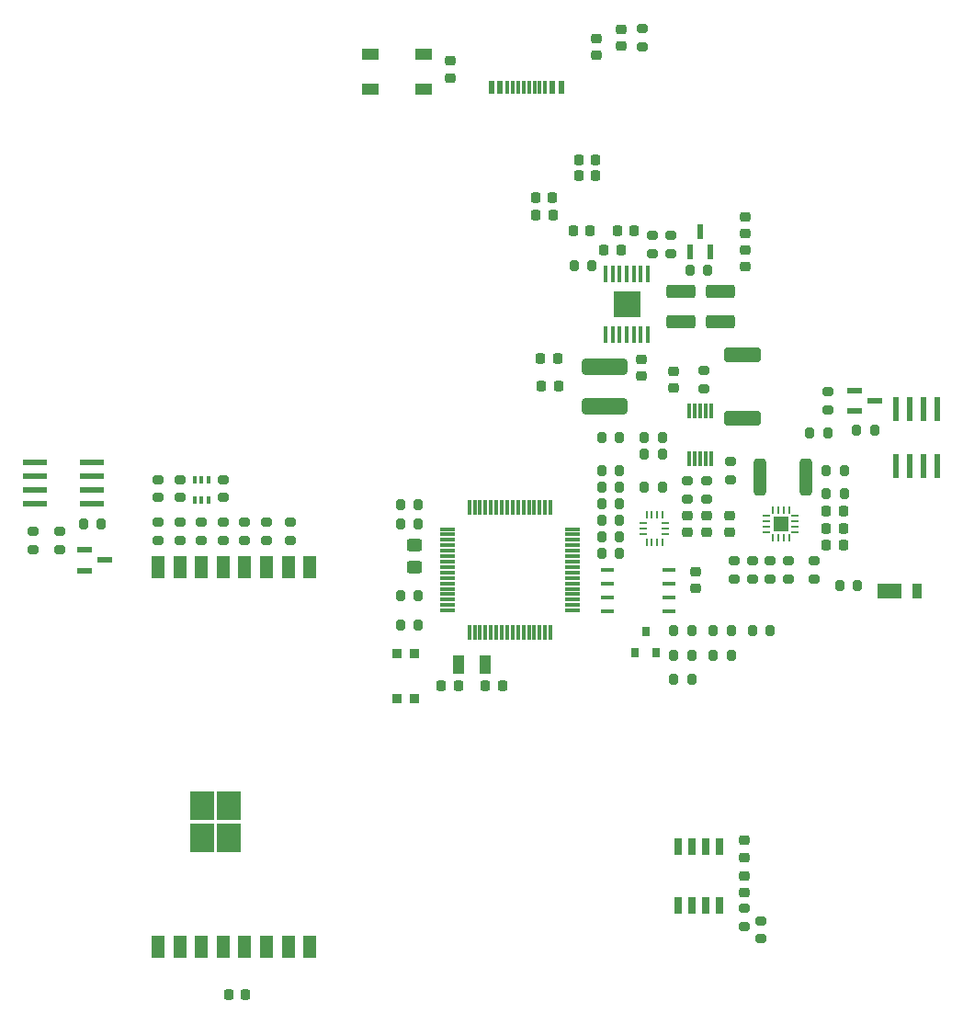
<source format=gbr>
%TF.GenerationSoftware,KiCad,Pcbnew,7.0.9*%
%TF.CreationDate,2024-01-23T11:42:20+00:00*%
%TF.ProjectId,mainboard,6d61696e-626f-4617-9264-2e6b69636164,rev?*%
%TF.SameCoordinates,Original*%
%TF.FileFunction,Paste,Top*%
%TF.FilePolarity,Positive*%
%FSLAX46Y46*%
G04 Gerber Fmt 4.6, Leading zero omitted, Abs format (unit mm)*
G04 Created by KiCad (PCBNEW 7.0.9) date 2024-01-23 11:42:20*
%MOMM*%
%LPD*%
G01*
G04 APERTURE LIST*
G04 Aperture macros list*
%AMRoundRect*
0 Rectangle with rounded corners*
0 $1 Rounding radius*
0 $2 $3 $4 $5 $6 $7 $8 $9 X,Y pos of 4 corners*
0 Add a 4 corners polygon primitive as box body*
4,1,4,$2,$3,$4,$5,$6,$7,$8,$9,$2,$3,0*
0 Add four circle primitives for the rounded corners*
1,1,$1+$1,$2,$3*
1,1,$1+$1,$4,$5*
1,1,$1+$1,$6,$7*
1,1,$1+$1,$8,$9*
0 Add four rect primitives between the rounded corners*
20,1,$1+$1,$2,$3,$4,$5,0*
20,1,$1+$1,$4,$5,$6,$7,0*
20,1,$1+$1,$6,$7,$8,$9,0*
20,1,$1+$1,$8,$9,$2,$3,0*%
G04 Aperture macros list end*
%ADD10C,0.100000*%
%ADD11RoundRect,0.200000X0.200000X0.275000X-0.200000X0.275000X-0.200000X-0.275000X0.200000X-0.275000X0*%
%ADD12RoundRect,0.200000X-0.275000X0.200000X-0.275000X-0.200000X0.275000X-0.200000X0.275000X0.200000X0*%
%ADD13RoundRect,0.200000X-0.200000X-0.275000X0.200000X-0.275000X0.200000X0.275000X-0.200000X0.275000X0*%
%ADD14RoundRect,0.200000X0.275000X-0.200000X0.275000X0.200000X-0.275000X0.200000X-0.275000X-0.200000X0*%
%ADD15R,0.900000X1.400000*%
%ADD16R,2.200000X1.400000*%
%ADD17RoundRect,0.218750X-0.218750X-0.256250X0.218750X-0.256250X0.218750X0.256250X-0.218750X0.256250X0*%
%ADD18RoundRect,0.218750X-0.256250X0.218750X-0.256250X-0.218750X0.256250X-0.218750X0.256250X0.218750X0*%
%ADD19R,0.304800X1.600200*%
%ADD20R,2.460000X2.310000*%
%ADD21RoundRect,0.218750X0.256250X-0.218750X0.256250X0.218750X-0.256250X0.218750X-0.256250X-0.218750X0*%
%ADD22RoundRect,0.218750X0.218750X0.256250X-0.218750X0.256250X-0.218750X-0.256250X0.218750X-0.256250X0*%
%ADD23R,1.320800X0.558800*%
%ADD24R,0.300000X1.475000*%
%ADD25R,1.475000X0.300000*%
%ADD26R,2.209800X0.609600*%
%ADD27R,0.609600X2.209800*%
%ADD28RoundRect,0.250000X-0.312500X-1.450000X0.312500X-1.450000X0.312500X1.450000X-0.312500X1.450000X0*%
%ADD29R,1.200000X0.450000*%
%ADD30R,0.700000X0.250000*%
%ADD31R,0.250000X0.700000*%
%ADD32R,1.450000X1.450000*%
%ADD33R,0.600000X1.150000*%
%ADD34R,0.300000X1.150000*%
%ADD35R,1.500000X1.000000*%
%ADD36R,0.250000X0.675000*%
%ADD37R,0.675000X0.250000*%
%ADD38RoundRect,0.250000X-0.450000X0.325000X-0.450000X-0.325000X0.450000X-0.325000X0.450000X0.325000X0*%
%ADD39R,1.000000X1.800000*%
%ADD40RoundRect,0.250000X-1.425000X0.425000X-1.425000X-0.425000X1.425000X-0.425000X1.425000X0.425000X0*%
%ADD41RoundRect,0.333000X-1.767000X0.417000X-1.767000X-0.417000X1.767000X-0.417000X1.767000X0.417000X0*%
%ADD42R,0.558800X1.320800*%
%ADD43RoundRect,0.250000X1.075000X-0.375000X1.075000X0.375000X-1.075000X0.375000X-1.075000X-0.375000X0*%
%ADD44R,0.330200X1.350000*%
%ADD45R,1.300000X2.000000*%
%ADD46R,0.900000X0.900000*%
%ADD47R,0.400000X0.650000*%
%ADD48R,0.800000X0.900000*%
%ADD49R,0.650000X1.525000*%
G04 APERTURE END LIST*
%TO.C,U5*%
G36*
X59710000Y67161004D02*
G01*
X57250000Y67161004D01*
X57250000Y69471004D01*
X59710000Y69471004D01*
X59710000Y67161004D01*
G37*
%TO.C,U23*%
D10*
X22805700Y20921134D02*
X20710200Y20921134D01*
X20710200Y23397634D01*
X22805700Y23397634D01*
X22805700Y20921134D01*
G36*
X22805700Y20921134D02*
G01*
X20710200Y20921134D01*
X20710200Y23397634D01*
X22805700Y23397634D01*
X22805700Y20921134D01*
G37*
X20392700Y20921134D02*
X18297200Y20921134D01*
X18297200Y23397634D01*
X20392700Y23397634D01*
X20392700Y20921134D01*
G36*
X20392700Y20921134D02*
G01*
X18297200Y20921134D01*
X18297200Y23397634D01*
X20392700Y23397634D01*
X20392700Y20921134D01*
G37*
X22805700Y17957800D02*
X20710200Y17957800D01*
X20710200Y20434300D01*
X22805700Y20434300D01*
X22805700Y17957800D01*
G36*
X22805700Y17957800D02*
G01*
X20710200Y17957800D01*
X20710200Y20434300D01*
X22805700Y20434300D01*
X22805700Y17957800D01*
G37*
X20392700Y17957800D02*
X18297200Y17957800D01*
X18297200Y20434300D01*
X20392700Y20434300D01*
X20392700Y17957800D01*
G36*
X20392700Y17957800D02*
G01*
X18297200Y17957800D01*
X18297200Y20434300D01*
X20392700Y20434300D01*
X20392700Y17957800D01*
G37*
%TD*%
D11*
%TO.C,R12*%
X76860900Y52997100D03*
X78510900Y52997100D03*
%TD*%
D12*
%TO.C,R9*%
X75717400Y43028100D03*
X75717400Y44678100D03*
%TD*%
D13*
%TO.C,R10*%
X79752000Y42408004D03*
X78102000Y42408004D03*
%TD*%
D14*
%TO.C,R20*%
X70065900Y44678100D03*
X70065900Y43028100D03*
%TD*%
D13*
%TO.C,R38*%
X81304900Y56680100D03*
X79654900Y56680100D03*
%TD*%
D11*
%TO.C,R15*%
X53619900Y71856600D03*
X55269900Y71856600D03*
%TD*%
D12*
%TO.C,R6*%
X68414900Y43028100D03*
X68414900Y44678100D03*
%TD*%
D13*
%TO.C,R25*%
X65937900Y71412100D03*
X64287900Y71412100D03*
%TD*%
D12*
%TO.C,R27*%
X3779000Y45715004D03*
X3779000Y47365004D03*
%TD*%
D11*
%TO.C,R37*%
X8407900Y48044100D03*
X10057900Y48044100D03*
%TD*%
D13*
%TO.C,R3*%
X39267900Y48044100D03*
X37617900Y48044100D03*
%TD*%
%TO.C,R45*%
X57809900Y52997100D03*
X56159900Y52997100D03*
%TD*%
D11*
%TO.C,R4*%
X37617900Y38773100D03*
X39267900Y38773100D03*
%TD*%
D12*
%TO.C,R31*%
X59918600Y92050100D03*
X59918600Y93700100D03*
%TD*%
%TO.C,R13*%
X60858400Y73000100D03*
X60858400Y74650100D03*
%TD*%
D13*
%TO.C,R43*%
X71716400Y38227000D03*
X70066400Y38227000D03*
%TD*%
D11*
%TO.C,R50*%
X56159900Y45377100D03*
X57809900Y45377100D03*
%TD*%
D13*
%TO.C,R5*%
X39267900Y41440100D03*
X37617900Y41440100D03*
%TD*%
D11*
%TO.C,R42*%
X37617900Y49822100D03*
X39267900Y49822100D03*
%TD*%
D13*
%TO.C,R11*%
X78510900Y50838100D03*
X76860900Y50838100D03*
%TD*%
%TO.C,R66*%
X57809900Y48425100D03*
X56159900Y48425100D03*
%TD*%
%TO.C,R67*%
X57809900Y46901100D03*
X56159900Y46901100D03*
%TD*%
D11*
%TO.C,R73*%
X60096900Y51473100D03*
X61746900Y51473100D03*
%TD*%
%TO.C,R74*%
X56159900Y49949100D03*
X57809900Y49949100D03*
%TD*%
D14*
%TO.C,R84*%
X64096900Y52044100D03*
X64096900Y50394100D03*
%TD*%
%TO.C,R85*%
X65874900Y52044100D03*
X65874900Y50394100D03*
%TD*%
D13*
%TO.C,R93*%
X61746900Y54521100D03*
X60096900Y54521100D03*
%TD*%
D14*
%TO.C,R94*%
X68033900Y53822100D03*
X68033900Y52172100D03*
%TD*%
D11*
%TO.C,R44*%
X56159900Y51473100D03*
X57809900Y51473100D03*
%TD*%
D13*
%TO.C,R62*%
X57809900Y56045100D03*
X56159900Y56045100D03*
%TD*%
D14*
%TO.C,R14*%
X62572900Y74650100D03*
X62572900Y73000100D03*
%TD*%
D11*
%TO.C,R28*%
X75336900Y56426100D03*
X76986900Y56426100D03*
%TD*%
D12*
%TO.C,R33*%
X77050900Y58601004D03*
X77050900Y60251004D03*
%TD*%
D13*
%TO.C,R61*%
X61746900Y56045100D03*
X60096900Y56045100D03*
%TD*%
D12*
%TO.C,R26*%
X65620900Y60554100D03*
X65620900Y62204100D03*
%TD*%
%TO.C,R55*%
X69303900Y11024100D03*
X69303900Y12674100D03*
%TD*%
%TO.C,R17*%
X71716900Y43028100D03*
X71716900Y44678100D03*
%TD*%
%TO.C,R18*%
X73366940Y43028100D03*
X73366940Y44678100D03*
%TD*%
D14*
%TO.C,R63*%
X17293000Y48234100D03*
X17293000Y46584100D03*
%TD*%
%TO.C,R64*%
X15293000Y48234100D03*
X15293000Y46584100D03*
%TD*%
D12*
%TO.C,R68*%
X21293000Y46584100D03*
X21293000Y48234100D03*
%TD*%
D14*
%TO.C,R69*%
X23293000Y48234100D03*
X23293000Y46584100D03*
%TD*%
D11*
%TO.C,R107*%
X62827400Y38227000D03*
X64477400Y38227000D03*
%TD*%
D14*
%TO.C,R104*%
X15293000Y52145700D03*
X15293000Y50495700D03*
%TD*%
%TO.C,R92*%
X21293000Y52145700D03*
X21293000Y50495700D03*
%TD*%
D11*
%TO.C,R78*%
X66446900Y38227000D03*
X68096900Y38227000D03*
%TD*%
D13*
%TO.C,R60*%
X64477400Y33731200D03*
X62827400Y33731200D03*
%TD*%
%TO.C,R48*%
X64477400Y35979100D03*
X62827400Y35979100D03*
%TD*%
%TO.C,R77*%
X68096900Y35979100D03*
X66446900Y35979100D03*
%TD*%
D12*
%TO.C,R53*%
X17293000Y50495700D03*
X17293000Y52145700D03*
%TD*%
%TO.C,R99*%
X19293000Y46584100D03*
X19293000Y48234100D03*
%TD*%
%TO.C,R70*%
X25293000Y46584100D03*
X25293000Y48234100D03*
%TD*%
D14*
%TO.C,R101*%
X27520900Y48234100D03*
X27520900Y46584100D03*
%TD*%
D12*
%TO.C,R59*%
X70827900Y9881100D03*
X70827900Y11531100D03*
%TD*%
D14*
%TO.C,R32*%
X6217400Y47365004D03*
X6217400Y45715004D03*
%TD*%
D15*
%TO.C,D2*%
X85231900Y41900004D03*
D16*
X82681900Y41900004D03*
%TD*%
D17*
%TO.C,C22*%
X76869500Y49276204D03*
X78444500Y49276204D03*
%TD*%
%TO.C,C23*%
X76869500Y46139100D03*
X78444500Y46139100D03*
%TD*%
D18*
%TO.C,C28*%
X67955034Y48872404D03*
X67955034Y47297404D03*
%TD*%
D19*
%TO.C,U5*%
X60430034Y71084604D03*
X59780021Y71084604D03*
X59130012Y71084604D03*
X58480000Y71084604D03*
X57829988Y71084604D03*
X57179979Y71084604D03*
X56529966Y71084604D03*
X56529966Y65547404D03*
X57179979Y65547404D03*
X57829988Y65547404D03*
X58480000Y65547404D03*
X59130012Y65547404D03*
X59780021Y65547404D03*
X60430034Y65547404D03*
D20*
X58480000Y68316004D03*
%TD*%
D17*
%TO.C,C18*%
X50609400Y60744100D03*
X52184400Y60744100D03*
%TD*%
%TO.C,C17*%
X50517000Y63284100D03*
X52092000Y63284100D03*
%TD*%
D21*
%TO.C,C21*%
X59842400Y61671100D03*
X59842400Y63246100D03*
%TD*%
D22*
%TO.C,C26*%
X57962900Y73317100D03*
X56387900Y73317100D03*
%TD*%
D23*
%TO.C,Q5*%
X79447700Y60378504D03*
X79447700Y58473504D03*
X81327300Y59426004D03*
%TD*%
D24*
%TO.C,U2*%
X43963900Y38115100D03*
X44463900Y38115100D03*
X44963900Y38115100D03*
X45463900Y38115100D03*
X45963900Y38115100D03*
X46463900Y38115100D03*
X46963900Y38115100D03*
X47463900Y38115100D03*
X47963900Y38115100D03*
X48463900Y38115100D03*
X48963900Y38115100D03*
X49463900Y38115100D03*
X49963900Y38115100D03*
X50463900Y38115100D03*
X50963900Y38115100D03*
X51463900Y38115100D03*
D25*
X53451900Y40103100D03*
X53451900Y40603100D03*
X53451900Y41103100D03*
X53451900Y41603100D03*
X53451900Y42103100D03*
X53451900Y42603100D03*
X53451900Y43103100D03*
X53451900Y43603100D03*
X53451900Y44103100D03*
X53451900Y44603100D03*
X53451900Y45103100D03*
X53451900Y45603100D03*
X53451900Y46103100D03*
X53451900Y46603100D03*
X53451900Y47103100D03*
X53451900Y47603100D03*
D24*
X51463900Y49591100D03*
X50963900Y49591100D03*
X50463900Y49591100D03*
X49963900Y49591100D03*
X49463900Y49591100D03*
X48963900Y49591100D03*
X48463900Y49591100D03*
X47963900Y49591100D03*
X47463900Y49591100D03*
X46963900Y49591100D03*
X46463900Y49591100D03*
X45963900Y49591100D03*
X45463900Y49591100D03*
X44963900Y49591100D03*
X44463900Y49591100D03*
X43963900Y49591100D03*
D25*
X41975900Y47603100D03*
X41975900Y47103100D03*
X41975900Y46603100D03*
X41975900Y46103100D03*
X41975900Y45603100D03*
X41975900Y45103100D03*
X41975900Y44603100D03*
X41975900Y44103100D03*
X41975900Y43603100D03*
X41975900Y43103100D03*
X41975900Y42603100D03*
X41975900Y42103100D03*
X41975900Y41603100D03*
X41975900Y41103100D03*
X41975900Y40603100D03*
X41975900Y40103100D03*
%TD*%
D26*
%TO.C,Q20*%
X9182100Y49949100D03*
X9182100Y51219100D03*
X9182100Y52489100D03*
X9182100Y53759100D03*
X3949700Y53759100D03*
X3949700Y52489100D03*
X3949700Y51219100D03*
X3949700Y49949100D03*
%TD*%
D23*
%TO.C,Q4*%
X8503504Y45694600D03*
X8503504Y43789600D03*
X10383104Y44742100D03*
%TD*%
D27*
%TO.C,Q21*%
X87083900Y58661300D03*
X85813900Y58661300D03*
X84543900Y58661300D03*
X83273900Y58661300D03*
X83273900Y53428900D03*
X84543900Y53428900D03*
X85813900Y53428900D03*
X87083900Y53428900D03*
%TD*%
D28*
%TO.C,L3*%
X70722400Y52362100D03*
X74997400Y52362100D03*
%TD*%
D29*
%TO.C,U8*%
X56659900Y43853100D03*
X56659900Y42583100D03*
X56659900Y41313100D03*
X56659900Y40043100D03*
X62389900Y40043100D03*
X62389900Y41313100D03*
X62389900Y42583100D03*
X62389900Y43853100D03*
%TD*%
D30*
%TO.C,U6*%
X73980000Y47327604D03*
X73980000Y47827604D03*
X73980000Y48327604D03*
X73980000Y48827604D03*
D31*
X73430000Y49377604D03*
X72930000Y49377604D03*
X72430000Y49377604D03*
X71930000Y49377604D03*
D30*
X71380000Y48827604D03*
X71380000Y48327604D03*
X71380000Y47827604D03*
X71380000Y47327604D03*
D31*
X71930000Y46777604D03*
X72430000Y46777604D03*
X72930000Y46777604D03*
X73430000Y46777604D03*
D32*
X72680000Y48077604D03*
%TD*%
D33*
%TO.C,J13*%
X52420500Y88312300D03*
X51620500Y88312300D03*
D34*
X50470500Y88312300D03*
X49470500Y88312300D03*
X48970500Y88312300D03*
X47970500Y88312300D03*
D33*
X46820500Y88312300D03*
X46020500Y88312300D03*
D34*
X47470500Y88312300D03*
X48470500Y88312300D03*
X49970500Y88312300D03*
X50970500Y88312300D03*
%TD*%
D21*
%TO.C,C29*%
X55714900Y91218600D03*
X55714900Y92793600D03*
%TD*%
D22*
%TO.C,C34*%
X55613400Y81597500D03*
X54038400Y81597500D03*
%TD*%
D17*
%TO.C,C38*%
X50101400Y76555600D03*
X51676400Y76555600D03*
%TD*%
%TO.C,C39*%
X53530400Y75095100D03*
X55105400Y75095100D03*
%TD*%
D35*
%TO.C,D1*%
X39749900Y88100100D03*
X39749900Y91300100D03*
X34849900Y91300100D03*
X34849900Y88100100D03*
%TD*%
D18*
%TO.C,C7*%
X64096900Y48872404D03*
X64096900Y47297404D03*
%TD*%
D36*
%TO.C,U3*%
X60298900Y46401100D03*
X60798900Y46401100D03*
X61298900Y46401100D03*
X61798900Y46401100D03*
D37*
X62060900Y47163100D03*
X62060900Y47663100D03*
X62060900Y48163100D03*
D36*
X61798900Y48925100D03*
X61298900Y48925100D03*
X60798900Y48925100D03*
X60298900Y48925100D03*
D37*
X60036900Y48163100D03*
X60036900Y47663100D03*
X60036900Y47163100D03*
%TD*%
D21*
%TO.C,C3*%
X65874900Y47297404D03*
X65874900Y48872404D03*
%TD*%
D18*
%TO.C,C30*%
X64858900Y43703504D03*
X64858900Y42128504D03*
%TD*%
D38*
%TO.C,L1*%
X38950900Y46148100D03*
X38950900Y44098100D03*
%TD*%
D17*
%TO.C,C25*%
X76869500Y47673804D03*
X78444500Y47673804D03*
%TD*%
D21*
%TO.C,C5*%
X42252900Y89166600D03*
X42252900Y90741600D03*
%TD*%
D22*
%TO.C,C27*%
X59169400Y75095100D03*
X57594400Y75095100D03*
%TD*%
D17*
%TO.C,C37*%
X50063400Y78143100D03*
X51638400Y78143100D03*
%TD*%
%TO.C,C2*%
X45453200Y33190180D03*
X47028200Y33190180D03*
%TD*%
D39*
%TO.C,Y1*%
X42958700Y35095180D03*
X45458700Y35095180D03*
%TD*%
D22*
%TO.C,C1*%
X42964200Y33190180D03*
X41389200Y33190180D03*
%TD*%
D21*
%TO.C,D5*%
X57957400Y92087600D03*
X57957400Y93662600D03*
%TD*%
D40*
%TO.C,R8*%
X69176900Y63644100D03*
X69176900Y57844100D03*
%TD*%
D41*
%TO.C,L2*%
X56476900Y62544100D03*
X56476900Y58944100D03*
%TD*%
D42*
%TO.C,Q6*%
X64287400Y73139300D03*
X66192400Y73139300D03*
X65239900Y75018900D03*
%TD*%
D43*
%TO.C,C19*%
X63433000Y66662004D03*
X63433000Y69462004D03*
%TD*%
%TO.C,C20*%
X67144900Y66662004D03*
X67144900Y69462004D03*
%TD*%
D18*
%TO.C,C24*%
X69430900Y76390600D03*
X69430900Y74815600D03*
%TD*%
D44*
%TO.C,U4*%
X66239901Y58469100D03*
X65739899Y58469100D03*
X65239900Y58469100D03*
X64739901Y58469100D03*
X64239899Y58469100D03*
X64239899Y54119100D03*
X64739901Y54119100D03*
X65239900Y54119100D03*
X65739899Y54119100D03*
X66239901Y54119100D03*
%TD*%
D45*
%TO.C,U23*%
X15293000Y9108100D03*
X17293000Y9108100D03*
X19293000Y9108100D03*
X21293000Y9108100D03*
X23293000Y9108100D03*
X25293000Y9108100D03*
X27293000Y9108100D03*
X29293000Y9108100D03*
X29293000Y44108100D03*
X27293000Y44108100D03*
X25293000Y44108100D03*
X23293000Y44108100D03*
X21293000Y44108100D03*
X19293000Y44108100D03*
X17293000Y44108100D03*
X15293000Y44108100D03*
%TD*%
D46*
%TO.C,SW1*%
X37325400Y36124100D03*
X37325400Y32024100D03*
X38925400Y36124100D03*
X38925400Y32024100D03*
%TD*%
D21*
%TO.C,C31*%
X69430900Y71767600D03*
X69430900Y73342600D03*
%TD*%
D47*
%TO.C,Q11*%
X18643000Y50269100D03*
X19293000Y50269100D03*
X19943000Y50269100D03*
X19943000Y52169100D03*
X19293000Y52169100D03*
X18643000Y52169100D03*
%TD*%
D48*
%TO.C,Q17*%
X59273400Y36185600D03*
X61173400Y36185600D03*
X60223400Y38185600D03*
%TD*%
D17*
%TO.C,C44*%
X21780400Y4737100D03*
X23355400Y4737100D03*
%TD*%
D18*
%TO.C,C45*%
X69303900Y18910400D03*
X69303900Y17335400D03*
%TD*%
%TO.C,C43*%
X69303900Y15684600D03*
X69303900Y14109600D03*
%TD*%
D17*
%TO.C,C36*%
X54038400Y80175100D03*
X55613400Y80175100D03*
%TD*%
D18*
%TO.C,C32*%
X62826900Y62166600D03*
X62826900Y60591600D03*
%TD*%
D49*
%TO.C,U7*%
X63207900Y12947100D03*
X64477900Y12947100D03*
X65747900Y12947100D03*
X67017900Y12947100D03*
X67017900Y18371100D03*
X65747900Y18371100D03*
X64477900Y18371100D03*
X63207900Y18371100D03*
%TD*%
M02*

</source>
